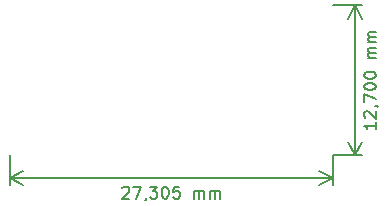
<source format=gbr>
%TF.GenerationSoftware,KiCad,Pcbnew,5.1.4-3.fc31*%
%TF.CreationDate,2019-11-21T18:34:14+01:00*%
%TF.ProjectId,barrel-jack-to-pcb,62617272-656c-42d6-9a61-636b2d746f2d,1.0*%
%TF.SameCoordinates,PX68c4118PY55fe290*%
%TF.FileFunction,Other,Comment*%
%FSLAX46Y46*%
G04 Gerber Fmt 4.6, Leading zero omitted, Abs format (unit mm)*
G04 Created by KiCad (PCBNEW 5.1.4-3.fc31) date 2019-11-21 18:34:14*
%MOMM*%
%LPD*%
G04 APERTURE LIST*
%ADD10C,0.150000*%
G04 APERTURE END LIST*
D10*
X30962380Y2778572D02*
X30962380Y2207143D01*
X30962380Y2492858D02*
X29962380Y2492858D01*
X30105238Y2397620D01*
X30200476Y2302381D01*
X30248095Y2207143D01*
X30057619Y3159524D02*
X30010000Y3207143D01*
X29962380Y3302381D01*
X29962380Y3540477D01*
X30010000Y3635715D01*
X30057619Y3683334D01*
X30152857Y3730953D01*
X30248095Y3730953D01*
X30390952Y3683334D01*
X30962380Y3111905D01*
X30962380Y3730953D01*
X30914761Y4207143D02*
X30962380Y4207143D01*
X31057619Y4159524D01*
X31105238Y4111905D01*
X29962380Y4540477D02*
X29962380Y5207143D01*
X30962380Y4778572D01*
X29962380Y5778572D02*
X29962380Y5873810D01*
X30010000Y5969048D01*
X30057619Y6016667D01*
X30152857Y6064286D01*
X30343333Y6111905D01*
X30581428Y6111905D01*
X30771904Y6064286D01*
X30867142Y6016667D01*
X30914761Y5969048D01*
X30962380Y5873810D01*
X30962380Y5778572D01*
X30914761Y5683334D01*
X30867142Y5635715D01*
X30771904Y5588096D01*
X30581428Y5540477D01*
X30343333Y5540477D01*
X30152857Y5588096D01*
X30057619Y5635715D01*
X30010000Y5683334D01*
X29962380Y5778572D01*
X29962380Y6730953D02*
X29962380Y6826191D01*
X30010000Y6921429D01*
X30057619Y6969048D01*
X30152857Y7016667D01*
X30343333Y7064286D01*
X30581428Y7064286D01*
X30771904Y7016667D01*
X30867142Y6969048D01*
X30914761Y6921429D01*
X30962380Y6826191D01*
X30962380Y6730953D01*
X30914761Y6635715D01*
X30867142Y6588096D01*
X30771904Y6540477D01*
X30581428Y6492858D01*
X30343333Y6492858D01*
X30152857Y6540477D01*
X30057619Y6588096D01*
X30010000Y6635715D01*
X29962380Y6730953D01*
X30962380Y8254762D02*
X30295714Y8254762D01*
X30390952Y8254762D02*
X30343333Y8302381D01*
X30295714Y8397620D01*
X30295714Y8540477D01*
X30343333Y8635715D01*
X30438571Y8683334D01*
X30962380Y8683334D01*
X30438571Y8683334D02*
X30343333Y8730953D01*
X30295714Y8826191D01*
X30295714Y8969048D01*
X30343333Y9064286D01*
X30438571Y9111905D01*
X30962380Y9111905D01*
X30962380Y9588096D02*
X30295714Y9588096D01*
X30390952Y9588096D02*
X30343333Y9635715D01*
X30295714Y9730953D01*
X30295714Y9873810D01*
X30343333Y9969048D01*
X30438571Y10016667D01*
X30962380Y10016667D01*
X30438571Y10016667D02*
X30343333Y10064286D01*
X30295714Y10159524D01*
X30295714Y10302381D01*
X30343333Y10397620D01*
X30438571Y10445239D01*
X30962380Y10445239D01*
X29210000Y0D02*
X29210000Y12700000D01*
X27305000Y0D02*
X29796421Y0D01*
X27305000Y12700000D02*
X29796421Y12700000D01*
X29210000Y12700000D02*
X29796421Y11573496D01*
X29210000Y12700000D02*
X28623579Y11573496D01*
X29210000Y0D02*
X29796421Y1126504D01*
X29210000Y0D02*
X28623579Y1126504D01*
X9509642Y-2752619D02*
X9557261Y-2705000D01*
X9652500Y-2657380D01*
X9890595Y-2657380D01*
X9985833Y-2705000D01*
X10033452Y-2752619D01*
X10081071Y-2847857D01*
X10081071Y-2943095D01*
X10033452Y-3085952D01*
X9462023Y-3657380D01*
X10081071Y-3657380D01*
X10414404Y-2657380D02*
X11081071Y-2657380D01*
X10652500Y-3657380D01*
X11509642Y-3609761D02*
X11509642Y-3657380D01*
X11462023Y-3752619D01*
X11414404Y-3800238D01*
X11842976Y-2657380D02*
X12462023Y-2657380D01*
X12128690Y-3038333D01*
X12271547Y-3038333D01*
X12366785Y-3085952D01*
X12414404Y-3133571D01*
X12462023Y-3228809D01*
X12462023Y-3466904D01*
X12414404Y-3562142D01*
X12366785Y-3609761D01*
X12271547Y-3657380D01*
X11985833Y-3657380D01*
X11890595Y-3609761D01*
X11842976Y-3562142D01*
X13081071Y-2657380D02*
X13176309Y-2657380D01*
X13271547Y-2705000D01*
X13319166Y-2752619D01*
X13366785Y-2847857D01*
X13414404Y-3038333D01*
X13414404Y-3276428D01*
X13366785Y-3466904D01*
X13319166Y-3562142D01*
X13271547Y-3609761D01*
X13176309Y-3657380D01*
X13081071Y-3657380D01*
X12985833Y-3609761D01*
X12938214Y-3562142D01*
X12890595Y-3466904D01*
X12842976Y-3276428D01*
X12842976Y-3038333D01*
X12890595Y-2847857D01*
X12938214Y-2752619D01*
X12985833Y-2705000D01*
X13081071Y-2657380D01*
X14319166Y-2657380D02*
X13842976Y-2657380D01*
X13795357Y-3133571D01*
X13842976Y-3085952D01*
X13938214Y-3038333D01*
X14176309Y-3038333D01*
X14271547Y-3085952D01*
X14319166Y-3133571D01*
X14366785Y-3228809D01*
X14366785Y-3466904D01*
X14319166Y-3562142D01*
X14271547Y-3609761D01*
X14176309Y-3657380D01*
X13938214Y-3657380D01*
X13842976Y-3609761D01*
X13795357Y-3562142D01*
X15557261Y-3657380D02*
X15557261Y-2990714D01*
X15557261Y-3085952D02*
X15604880Y-3038333D01*
X15700119Y-2990714D01*
X15842976Y-2990714D01*
X15938214Y-3038333D01*
X15985833Y-3133571D01*
X15985833Y-3657380D01*
X15985833Y-3133571D02*
X16033452Y-3038333D01*
X16128690Y-2990714D01*
X16271547Y-2990714D01*
X16366785Y-3038333D01*
X16414404Y-3133571D01*
X16414404Y-3657380D01*
X16890595Y-3657380D02*
X16890595Y-2990714D01*
X16890595Y-3085952D02*
X16938214Y-3038333D01*
X17033452Y-2990714D01*
X17176309Y-2990714D01*
X17271547Y-3038333D01*
X17319166Y-3133571D01*
X17319166Y-3657380D01*
X17319166Y-3133571D02*
X17366785Y-3038333D01*
X17462023Y-2990714D01*
X17604880Y-2990714D01*
X17700119Y-3038333D01*
X17747738Y-3133571D01*
X17747738Y-3657380D01*
X0Y-1905000D02*
X27305000Y-1905000D01*
X0Y0D02*
X0Y-2491421D01*
X27305000Y0D02*
X27305000Y-2491421D01*
X27305000Y-1905000D02*
X26178496Y-2491421D01*
X27305000Y-1905000D02*
X26178496Y-1318579D01*
X0Y-1905000D02*
X1126504Y-2491421D01*
X0Y-1905000D02*
X1126504Y-1318579D01*
M02*

</source>
